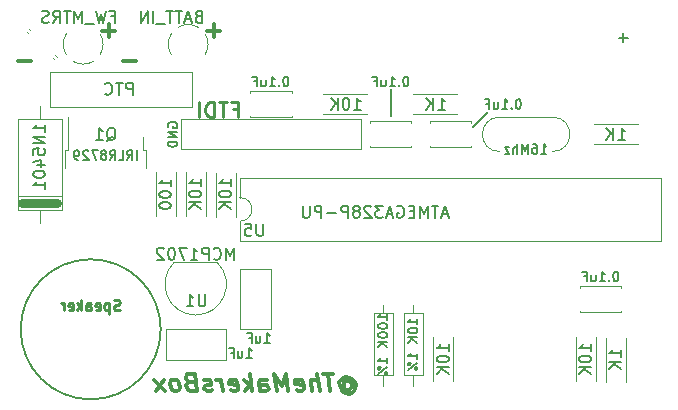
<source format=gbo>
G04 #@! TF.FileFunction,Legend,Bot*
%FSLAX46Y46*%
G04 Gerber Fmt 4.6, Leading zero omitted, Abs format (unit mm)*
G04 Created by KiCad (PCBNEW 4.0.7) date 07/04/19 20:50:11*
%MOMM*%
%LPD*%
G01*
G04 APERTURE LIST*
%ADD10C,0.100000*%
%ADD11C,0.150000*%
%ADD12C,0.300000*%
%ADD13C,0.120000*%
%ADD14C,0.800000*%
%ADD15C,0.250000*%
%ADD16C,0.222250*%
G04 APERTURE END LIST*
D10*
D11*
X69088000Y-92329000D02*
X69088000Y-92075000D01*
X69088000Y-94361000D02*
X69088000Y-92329000D01*
X50273000Y-95275477D02*
X50234905Y-95199286D01*
X50234905Y-95085001D01*
X50273000Y-94970715D01*
X50349190Y-94894524D01*
X50425381Y-94856429D01*
X50577762Y-94818334D01*
X50692048Y-94818334D01*
X50844429Y-94856429D01*
X50920619Y-94894524D01*
X50996810Y-94970715D01*
X51034905Y-95085001D01*
X51034905Y-95161191D01*
X50996810Y-95275477D01*
X50958714Y-95313572D01*
X50692048Y-95313572D01*
X50692048Y-95161191D01*
X51034905Y-95656429D02*
X50234905Y-95656429D01*
X51034905Y-96113572D01*
X50234905Y-96113572D01*
X51034905Y-96494524D02*
X50234905Y-96494524D01*
X50234905Y-96685000D01*
X50273000Y-96799286D01*
X50349190Y-96875477D01*
X50425381Y-96913572D01*
X50577762Y-96951667D01*
X50692048Y-96951667D01*
X50844429Y-96913572D01*
X50920619Y-96875477D01*
X50996810Y-96799286D01*
X51034905Y-96685000D01*
X51034905Y-96494524D01*
D12*
X38671428Y-89642143D02*
X37528571Y-89642143D01*
X45783428Y-87102143D02*
X44640571Y-87102143D01*
X45212000Y-87673571D02*
X45212000Y-86530714D01*
D11*
X76073000Y-95250000D02*
X77343000Y-93980000D01*
D12*
X65117822Y-116931286D02*
X65180321Y-116859857D01*
X65314250Y-116788429D01*
X65457108Y-116788429D01*
X65608893Y-116859857D01*
X65689250Y-116931286D01*
X65778536Y-117074143D01*
X65796393Y-117217000D01*
X65742821Y-117359857D01*
X65680322Y-117431286D01*
X65546393Y-117502714D01*
X65403535Y-117502714D01*
X65251750Y-117431286D01*
X65171393Y-117359857D01*
X65099965Y-116788429D02*
X65171393Y-117359857D01*
X65108893Y-117431286D01*
X65037465Y-117431286D01*
X64885678Y-117359857D01*
X64796393Y-117217000D01*
X64751750Y-116859857D01*
X64867821Y-116645571D01*
X65064250Y-116502714D01*
X65341036Y-116431286D01*
X65635678Y-116502714D01*
X65867821Y-116645571D01*
X66037464Y-116859857D01*
X66144607Y-117145571D01*
X66108893Y-117431286D01*
X65992821Y-117645571D01*
X65796393Y-117788429D01*
X65519607Y-117859857D01*
X65224965Y-117788429D01*
X64992821Y-117645571D01*
X64233893Y-116145571D02*
X63376750Y-116145571D01*
X63992821Y-117645571D02*
X63805321Y-116145571D01*
X63064250Y-117645571D02*
X62876750Y-116145571D01*
X62421393Y-117645571D02*
X62323179Y-116859857D01*
X62376751Y-116717000D01*
X62510679Y-116645571D01*
X62724964Y-116645571D01*
X62876751Y-116717000D01*
X62957108Y-116788429D01*
X61126751Y-117574143D02*
X61278536Y-117645571D01*
X61564250Y-117645571D01*
X61698179Y-117574143D01*
X61751751Y-117431286D01*
X61680322Y-116859857D01*
X61591036Y-116717000D01*
X61439250Y-116645571D01*
X61153536Y-116645571D01*
X61019608Y-116717000D01*
X60966036Y-116859857D01*
X60983893Y-117002714D01*
X61716036Y-117145571D01*
X60421393Y-117645571D02*
X60233893Y-116145571D01*
X59867822Y-117217000D01*
X59233893Y-116145571D01*
X59421393Y-117645571D01*
X58064250Y-117645571D02*
X57966036Y-116859857D01*
X58019608Y-116717000D01*
X58153536Y-116645571D01*
X58439250Y-116645571D01*
X58591036Y-116717000D01*
X58055322Y-117574143D02*
X58207107Y-117645571D01*
X58564250Y-117645571D01*
X58698179Y-117574143D01*
X58751751Y-117431286D01*
X58733894Y-117288429D01*
X58644607Y-117145571D01*
X58492822Y-117074143D01*
X58135679Y-117074143D01*
X57983893Y-117002714D01*
X57349964Y-117645571D02*
X57162464Y-116145571D01*
X57135679Y-117074143D02*
X56778536Y-117645571D01*
X56653536Y-116645571D02*
X57296393Y-117217000D01*
X55555322Y-117574143D02*
X55707107Y-117645571D01*
X55992821Y-117645571D01*
X56126750Y-117574143D01*
X56180322Y-117431286D01*
X56108893Y-116859857D01*
X56019607Y-116717000D01*
X55867821Y-116645571D01*
X55582107Y-116645571D01*
X55448179Y-116717000D01*
X55394607Y-116859857D01*
X55412464Y-117002714D01*
X56144607Y-117145571D01*
X54849964Y-117645571D02*
X54724964Y-116645571D01*
X54760679Y-116931286D02*
X54671394Y-116788429D01*
X54591036Y-116717000D01*
X54439250Y-116645571D01*
X54296393Y-116645571D01*
X53983894Y-117574143D02*
X53849965Y-117645571D01*
X53564250Y-117645571D01*
X53412465Y-117574143D01*
X53323180Y-117431286D01*
X53314251Y-117359857D01*
X53367822Y-117217000D01*
X53501750Y-117145571D01*
X53716036Y-117145571D01*
X53849965Y-117074143D01*
X53903537Y-116931286D01*
X53894608Y-116859857D01*
X53805322Y-116717000D01*
X53653536Y-116645571D01*
X53439250Y-116645571D01*
X53305322Y-116717000D01*
X52108893Y-116859857D02*
X51903536Y-116931286D01*
X51841036Y-117002714D01*
X51787464Y-117145571D01*
X51814250Y-117359857D01*
X51903536Y-117502714D01*
X51983893Y-117574143D01*
X52135679Y-117645571D01*
X52707107Y-117645571D01*
X52519607Y-116145571D01*
X52019607Y-116145571D01*
X51885679Y-116217000D01*
X51823179Y-116288429D01*
X51769608Y-116431286D01*
X51787465Y-116574143D01*
X51876750Y-116717000D01*
X51957108Y-116788429D01*
X52108893Y-116859857D01*
X52608893Y-116859857D01*
X50992821Y-117645571D02*
X51126751Y-117574143D01*
X51189250Y-117502714D01*
X51242822Y-117359857D01*
X51189251Y-116931286D01*
X51099965Y-116788429D01*
X51019608Y-116717000D01*
X50867821Y-116645571D01*
X50653536Y-116645571D01*
X50519608Y-116717000D01*
X50457108Y-116788429D01*
X50403536Y-116931286D01*
X50457107Y-117359857D01*
X50546393Y-117502714D01*
X50626751Y-117574143D01*
X50778536Y-117645571D01*
X50992821Y-117645571D01*
X49992821Y-117645571D02*
X49082107Y-116645571D01*
X49867821Y-116645571D02*
X49207107Y-117645571D01*
X47561428Y-89642143D02*
X46418571Y-89642143D01*
X54673428Y-87102143D02*
X53530571Y-87102143D01*
X54102000Y-87673571D02*
X54102000Y-86530714D01*
D13*
X52228000Y-93575000D02*
X40228000Y-93575000D01*
X40228000Y-90575000D02*
X52228000Y-90575000D01*
X52228000Y-93575000D02*
X52228000Y-90575000D01*
X40228000Y-90575000D02*
X40228000Y-93575000D01*
X66548000Y-97155000D02*
X66548000Y-94615000D01*
X66548000Y-94615000D02*
X51308000Y-94615000D01*
X51308000Y-94615000D02*
X51308000Y-97155000D01*
X51308000Y-97155000D02*
X66548000Y-97155000D01*
X56328000Y-103235000D02*
G75*
G03X56328000Y-101235000I0J1000000D01*
G01*
X56328000Y-101235000D02*
X56328000Y-99585000D01*
X56328000Y-99585000D02*
X92008000Y-99585000D01*
X92008000Y-99585000D02*
X92008000Y-104885000D01*
X92008000Y-104885000D02*
X56328000Y-104885000D01*
X56328000Y-104885000D02*
X56328000Y-103235000D01*
X50517495Y-87374807D02*
G75*
G03X50518000Y-89156000I1425505J-890193D01*
G01*
X52832894Y-86839642D02*
G75*
G03X51077000Y-86825000I-889894J-1425358D01*
G01*
X53368358Y-89154894D02*
G75*
G03X53383000Y-87399000I-1425358J889894D01*
G01*
X42162736Y-89689721D02*
G75*
G03X43053000Y-89945000I890264J1424721D01*
G01*
X41627495Y-87374807D02*
G75*
G03X41628000Y-89156000I1425505J-890193D01*
G01*
X44478358Y-89154894D02*
G75*
G03X44493000Y-87399000I-1425358J889894D01*
G01*
X43024326Y-89945099D02*
G75*
G03X43919000Y-89705000I28674J1680099D01*
G01*
X38278000Y-87196000D02*
X38407000Y-87324000D01*
X40528000Y-89446000D02*
X40622000Y-89539000D01*
X38483000Y-86990000D02*
X38577000Y-87084000D01*
X40698000Y-89206000D02*
X40827000Y-89334000D01*
X82808000Y-94435000D02*
X78308000Y-94435000D01*
X82808000Y-97335000D02*
G75*
G03X82808000Y-94435000I0J1450000D01*
G01*
X78308000Y-97335000D02*
G75*
G02X78308000Y-94435000I0J1450000D01*
G01*
D14*
X40870000Y-101675000D02*
X37870000Y-101675000D01*
D13*
X41230000Y-102285000D02*
X37510000Y-102285000D01*
X37510000Y-102285000D02*
X37510000Y-94565000D01*
X37510000Y-94565000D02*
X41230000Y-94565000D01*
X41230000Y-94565000D02*
X41230000Y-102285000D01*
X39370000Y-103395000D02*
X39370000Y-102285000D01*
X39370000Y-93455000D02*
X39370000Y-94565000D01*
X41230000Y-101085000D02*
X37510000Y-101085000D01*
D11*
X49617690Y-112395000D02*
G75*
G03X49617690Y-112395000I-5929690J0D01*
G01*
D13*
X67098000Y-92485000D02*
X63378000Y-92485000D01*
X67098000Y-94205000D02*
X63378000Y-94205000D01*
X74718000Y-92485000D02*
X70998000Y-92485000D01*
X74718000Y-94205000D02*
X70998000Y-94205000D01*
X56348000Y-107275000D02*
X56348000Y-112395000D01*
X58968000Y-107275000D02*
X58968000Y-112395000D01*
X56348000Y-107275000D02*
X58968000Y-107275000D01*
X56348000Y-112395000D02*
X58968000Y-112395000D01*
X55158000Y-112355000D02*
X50038000Y-112355000D01*
X55158000Y-114975000D02*
X50038000Y-114975000D01*
X55158000Y-112355000D02*
X55158000Y-114975000D01*
X50038000Y-112355000D02*
X50038000Y-114975000D01*
X67308000Y-96995000D02*
X70828000Y-96995000D01*
X67308000Y-94775000D02*
X70828000Y-94775000D01*
X67308000Y-96995000D02*
X67308000Y-96881000D01*
X67308000Y-94889000D02*
X67308000Y-94775000D01*
X70828000Y-96995000D02*
X70828000Y-96881000D01*
X70828000Y-94889000D02*
X70828000Y-94775000D01*
X50778000Y-106735000D02*
X54378000Y-106735000D01*
X50739522Y-106746522D02*
G75*
G03X52578000Y-111185000I1838478J-1838478D01*
G01*
X54416478Y-106746522D02*
G75*
G02X52578000Y-111185000I-1838478J-1838478D01*
G01*
X72388000Y-96995000D02*
X75908000Y-96995000D01*
X72388000Y-94775000D02*
X75908000Y-94775000D01*
X72388000Y-96995000D02*
X72388000Y-96881000D01*
X72388000Y-94889000D02*
X72388000Y-94775000D01*
X75908000Y-96995000D02*
X75908000Y-96881000D01*
X75908000Y-94889000D02*
X75908000Y-94775000D01*
X60708000Y-92235000D02*
X57188000Y-92235000D01*
X60708000Y-94455000D02*
X57188000Y-94455000D01*
X60708000Y-92235000D02*
X60708000Y-92349000D01*
X60708000Y-94341000D02*
X60708000Y-94455000D01*
X57188000Y-92235000D02*
X57188000Y-92349000D01*
X57188000Y-94341000D02*
X57188000Y-94455000D01*
X54258000Y-99145000D02*
X54258000Y-102865000D01*
X55978000Y-99145000D02*
X55978000Y-102865000D01*
X85088000Y-110965000D02*
X88608000Y-110965000D01*
X85088000Y-108745000D02*
X88608000Y-108745000D01*
X85088000Y-110965000D02*
X85088000Y-110851000D01*
X85088000Y-108859000D02*
X85088000Y-108745000D01*
X88608000Y-110965000D02*
X88608000Y-110851000D01*
X88608000Y-108859000D02*
X88608000Y-108745000D01*
X87278000Y-113115000D02*
X87278000Y-116835000D01*
X88998000Y-113115000D02*
X88998000Y-116835000D01*
X86458000Y-116755000D02*
X86458000Y-113035000D01*
X84738000Y-116755000D02*
X84738000Y-113035000D01*
X53438000Y-102785000D02*
X53438000Y-99065000D01*
X51718000Y-102785000D02*
X51718000Y-99065000D01*
X50898000Y-102785000D02*
X50898000Y-99065000D01*
X49178000Y-102785000D02*
X49178000Y-99065000D01*
X86318000Y-96745000D02*
X90038000Y-96745000D01*
X86318000Y-95025000D02*
X90038000Y-95025000D01*
D10*
X68453000Y-116255000D02*
X68453000Y-117155000D01*
X68453000Y-111055000D02*
X68453000Y-110355000D01*
X69253000Y-111055000D02*
X67653000Y-111055000D01*
X67653000Y-111055000D02*
X67653000Y-116255000D01*
X67653000Y-116255000D02*
X69253000Y-116255000D01*
X69253000Y-116255000D02*
X69253000Y-111055000D01*
X70993000Y-116255000D02*
X70993000Y-117155000D01*
X70993000Y-111055000D02*
X70993000Y-110355000D01*
X71793000Y-111055000D02*
X70193000Y-111055000D01*
X70193000Y-111055000D02*
X70193000Y-116255000D01*
X70193000Y-116255000D02*
X71793000Y-116255000D01*
X71793000Y-116255000D02*
X71793000Y-111055000D01*
D13*
X74393000Y-116755000D02*
X74393000Y-113035000D01*
X72673000Y-116755000D02*
X72673000Y-113035000D01*
X41508000Y-98725000D02*
X41508000Y-97225000D01*
X41508000Y-97225000D02*
X41778000Y-97225000D01*
X41778000Y-97225000D02*
X41778000Y-94395000D01*
X48408000Y-98725000D02*
X48408000Y-97225000D01*
X48408000Y-97225000D02*
X48138000Y-97225000D01*
X48138000Y-97225000D02*
X48138000Y-96125000D01*
D11*
X89153952Y-87701429D02*
X88392047Y-87701429D01*
X88772999Y-88082381D02*
X88772999Y-87320476D01*
X47243857Y-92527381D02*
X47243857Y-91527381D01*
X46862904Y-91527381D01*
X46767666Y-91575000D01*
X46720047Y-91622619D01*
X46672428Y-91717857D01*
X46672428Y-91860714D01*
X46720047Y-91955952D01*
X46767666Y-92003571D01*
X46862904Y-92051190D01*
X47243857Y-92051190D01*
X46386714Y-91527381D02*
X45815285Y-91527381D01*
X46101000Y-92527381D02*
X46101000Y-91527381D01*
X44910523Y-92432143D02*
X44958142Y-92479762D01*
X45100999Y-92527381D01*
X45196237Y-92527381D01*
X45339095Y-92479762D01*
X45434333Y-92384524D01*
X45481952Y-92289286D01*
X45529571Y-92098810D01*
X45529571Y-91955952D01*
X45481952Y-91765476D01*
X45434333Y-91670238D01*
X45339095Y-91575000D01*
X45196237Y-91527381D01*
X45100999Y-91527381D01*
X44958142Y-91575000D01*
X44910523Y-91622619D01*
D15*
X55718238Y-93775714D02*
X56134905Y-93775714D01*
X56134905Y-94430476D02*
X56134905Y-93180476D01*
X55539667Y-93180476D01*
X55242047Y-93180476D02*
X54527762Y-93180476D01*
X54884905Y-94430476D02*
X54884905Y-93180476D01*
X54111095Y-94430476D02*
X54111095Y-93180476D01*
X53813476Y-93180476D01*
X53634904Y-93240000D01*
X53515857Y-93359048D01*
X53456333Y-93478095D01*
X53396809Y-93716190D01*
X53396809Y-93894762D01*
X53456333Y-94132857D01*
X53515857Y-94251905D01*
X53634904Y-94370952D01*
X53813476Y-94430476D01*
X54111095Y-94430476D01*
X52861095Y-94430476D02*
X52861095Y-93180476D01*
D11*
X58292905Y-103465381D02*
X58292905Y-104274905D01*
X58245286Y-104370143D01*
X58197667Y-104417762D01*
X58102429Y-104465381D01*
X57911952Y-104465381D01*
X57816714Y-104417762D01*
X57769095Y-104370143D01*
X57721476Y-104274905D01*
X57721476Y-103465381D01*
X56769095Y-103465381D02*
X57245286Y-103465381D01*
X57292905Y-103941571D01*
X57245286Y-103893952D01*
X57150048Y-103846333D01*
X56911952Y-103846333D01*
X56816714Y-103893952D01*
X56769095Y-103941571D01*
X56721476Y-104036810D01*
X56721476Y-104274905D01*
X56769095Y-104370143D01*
X56816714Y-104417762D01*
X56911952Y-104465381D01*
X57150048Y-104465381D01*
X57245286Y-104417762D01*
X57292905Y-104370143D01*
X73897357Y-102655667D02*
X73421166Y-102655667D01*
X73992595Y-102941381D02*
X73659262Y-101941381D01*
X73325928Y-102941381D01*
X73135452Y-101941381D02*
X72564023Y-101941381D01*
X72849738Y-102941381D02*
X72849738Y-101941381D01*
X72230690Y-102941381D02*
X72230690Y-101941381D01*
X71897356Y-102655667D01*
X71564023Y-101941381D01*
X71564023Y-102941381D01*
X71087833Y-102417571D02*
X70754499Y-102417571D01*
X70611642Y-102941381D02*
X71087833Y-102941381D01*
X71087833Y-101941381D01*
X70611642Y-101941381D01*
X69659261Y-101989000D02*
X69754499Y-101941381D01*
X69897356Y-101941381D01*
X70040214Y-101989000D01*
X70135452Y-102084238D01*
X70183071Y-102179476D01*
X70230690Y-102369952D01*
X70230690Y-102512810D01*
X70183071Y-102703286D01*
X70135452Y-102798524D01*
X70040214Y-102893762D01*
X69897356Y-102941381D01*
X69802118Y-102941381D01*
X69659261Y-102893762D01*
X69611642Y-102846143D01*
X69611642Y-102512810D01*
X69802118Y-102512810D01*
X69230690Y-102655667D02*
X68754499Y-102655667D01*
X69325928Y-102941381D02*
X68992595Y-101941381D01*
X68659261Y-102941381D01*
X68421166Y-101941381D02*
X67802118Y-101941381D01*
X68135452Y-102322333D01*
X67992594Y-102322333D01*
X67897356Y-102369952D01*
X67849737Y-102417571D01*
X67802118Y-102512810D01*
X67802118Y-102750905D01*
X67849737Y-102846143D01*
X67897356Y-102893762D01*
X67992594Y-102941381D01*
X68278309Y-102941381D01*
X68373547Y-102893762D01*
X68421166Y-102846143D01*
X67421166Y-102036619D02*
X67373547Y-101989000D01*
X67278309Y-101941381D01*
X67040213Y-101941381D01*
X66944975Y-101989000D01*
X66897356Y-102036619D01*
X66849737Y-102131857D01*
X66849737Y-102227095D01*
X66897356Y-102369952D01*
X67468785Y-102941381D01*
X66849737Y-102941381D01*
X66278309Y-102369952D02*
X66373547Y-102322333D01*
X66421166Y-102274714D01*
X66468785Y-102179476D01*
X66468785Y-102131857D01*
X66421166Y-102036619D01*
X66373547Y-101989000D01*
X66278309Y-101941381D01*
X66087832Y-101941381D01*
X65992594Y-101989000D01*
X65944975Y-102036619D01*
X65897356Y-102131857D01*
X65897356Y-102179476D01*
X65944975Y-102274714D01*
X65992594Y-102322333D01*
X66087832Y-102369952D01*
X66278309Y-102369952D01*
X66373547Y-102417571D01*
X66421166Y-102465190D01*
X66468785Y-102560429D01*
X66468785Y-102750905D01*
X66421166Y-102846143D01*
X66373547Y-102893762D01*
X66278309Y-102941381D01*
X66087832Y-102941381D01*
X65992594Y-102893762D01*
X65944975Y-102846143D01*
X65897356Y-102750905D01*
X65897356Y-102560429D01*
X65944975Y-102465190D01*
X65992594Y-102417571D01*
X66087832Y-102369952D01*
X65468785Y-102941381D02*
X65468785Y-101941381D01*
X65087832Y-101941381D01*
X64992594Y-101989000D01*
X64944975Y-102036619D01*
X64897356Y-102131857D01*
X64897356Y-102274714D01*
X64944975Y-102369952D01*
X64992594Y-102417571D01*
X65087832Y-102465190D01*
X65468785Y-102465190D01*
X64468785Y-102560429D02*
X63706880Y-102560429D01*
X63230690Y-102941381D02*
X63230690Y-101941381D01*
X62849737Y-101941381D01*
X62754499Y-101989000D01*
X62706880Y-102036619D01*
X62659261Y-102131857D01*
X62659261Y-102274714D01*
X62706880Y-102369952D01*
X62754499Y-102417571D01*
X62849737Y-102465190D01*
X63230690Y-102465190D01*
X62230690Y-101941381D02*
X62230690Y-102750905D01*
X62183071Y-102846143D01*
X62135452Y-102893762D01*
X62040214Y-102941381D01*
X61849737Y-102941381D01*
X61754499Y-102893762D01*
X61706880Y-102846143D01*
X61659261Y-102750905D01*
X61659261Y-101941381D01*
X52807904Y-85907571D02*
X52665047Y-85955190D01*
X52617428Y-86002810D01*
X52569809Y-86098048D01*
X52569809Y-86240905D01*
X52617428Y-86336143D01*
X52665047Y-86383762D01*
X52760285Y-86431381D01*
X53141238Y-86431381D01*
X53141238Y-85431381D01*
X52807904Y-85431381D01*
X52712666Y-85479000D01*
X52665047Y-85526619D01*
X52617428Y-85621857D01*
X52617428Y-85717095D01*
X52665047Y-85812333D01*
X52712666Y-85859952D01*
X52807904Y-85907571D01*
X53141238Y-85907571D01*
X52188857Y-86145667D02*
X51712666Y-86145667D01*
X52284095Y-86431381D02*
X51950762Y-85431381D01*
X51617428Y-86431381D01*
X51426952Y-85431381D02*
X50855523Y-85431381D01*
X51141238Y-86431381D02*
X51141238Y-85431381D01*
X50665047Y-85431381D02*
X50093618Y-85431381D01*
X50379333Y-86431381D02*
X50379333Y-85431381D01*
X49998380Y-86526619D02*
X49236475Y-86526619D01*
X48998380Y-86431381D02*
X48998380Y-85431381D01*
X48522190Y-86431381D02*
X48522190Y-85431381D01*
X47950761Y-86431381D01*
X47950761Y-85431381D01*
X45410095Y-85907571D02*
X45743429Y-85907571D01*
X45743429Y-86431381D02*
X45743429Y-85431381D01*
X45267238Y-85431381D01*
X44981524Y-85431381D02*
X44743429Y-86431381D01*
X44552952Y-85717095D01*
X44362476Y-86431381D01*
X44124381Y-85431381D01*
X43981524Y-86526619D02*
X43219619Y-86526619D01*
X42981524Y-86431381D02*
X42981524Y-85431381D01*
X42648190Y-86145667D01*
X42314857Y-85431381D01*
X42314857Y-86431381D01*
X41981524Y-85431381D02*
X41410095Y-85431381D01*
X41695810Y-86431381D02*
X41695810Y-85431381D01*
X40505333Y-86431381D02*
X40838667Y-85955190D01*
X41076762Y-86431381D02*
X41076762Y-85431381D01*
X40695809Y-85431381D01*
X40600571Y-85479000D01*
X40552952Y-85526619D01*
X40505333Y-85621857D01*
X40505333Y-85764714D01*
X40552952Y-85859952D01*
X40600571Y-85907571D01*
X40695809Y-85955190D01*
X41076762Y-85955190D01*
X40124381Y-86383762D02*
X39981524Y-86431381D01*
X39743428Y-86431381D01*
X39648190Y-86383762D01*
X39600571Y-86336143D01*
X39552952Y-86240905D01*
X39552952Y-86145667D01*
X39600571Y-86050429D01*
X39648190Y-86002810D01*
X39743428Y-85955190D01*
X39933905Y-85907571D01*
X40029143Y-85859952D01*
X40076762Y-85812333D01*
X40124381Y-85717095D01*
X40124381Y-85621857D01*
X40076762Y-85526619D01*
X40029143Y-85479000D01*
X39933905Y-85431381D01*
X39695809Y-85431381D01*
X39552952Y-85479000D01*
X81813238Y-97516905D02*
X82270381Y-97516905D01*
X82041810Y-97516905D02*
X82041810Y-96716905D01*
X82118000Y-96831190D01*
X82194191Y-96907381D01*
X82270381Y-96945476D01*
X81127524Y-96716905D02*
X81279905Y-96716905D01*
X81356095Y-96755000D01*
X81394190Y-96793095D01*
X81470381Y-96907381D01*
X81508476Y-97059762D01*
X81508476Y-97364524D01*
X81470381Y-97440714D01*
X81432286Y-97478810D01*
X81356095Y-97516905D01*
X81203714Y-97516905D01*
X81127524Y-97478810D01*
X81089428Y-97440714D01*
X81051333Y-97364524D01*
X81051333Y-97174048D01*
X81089428Y-97097857D01*
X81127524Y-97059762D01*
X81203714Y-97021667D01*
X81356095Y-97021667D01*
X81432286Y-97059762D01*
X81470381Y-97097857D01*
X81508476Y-97174048D01*
X80708476Y-97516905D02*
X80708476Y-96716905D01*
X80441809Y-97288333D01*
X80175142Y-96716905D01*
X80175142Y-97516905D01*
X79794190Y-97516905D02*
X79794190Y-96716905D01*
X79451333Y-97516905D02*
X79451333Y-97097857D01*
X79489428Y-97021667D01*
X79565618Y-96983571D01*
X79679904Y-96983571D01*
X79756095Y-97021667D01*
X79794190Y-97059762D01*
X79146570Y-96983571D02*
X78727523Y-96983571D01*
X79146570Y-97516905D01*
X78727523Y-97516905D01*
X39822381Y-95647143D02*
X39822381Y-95075714D01*
X39822381Y-95361428D02*
X38822381Y-95361428D01*
X38965238Y-95266190D01*
X39060476Y-95170952D01*
X39108095Y-95075714D01*
X39822381Y-96075714D02*
X38822381Y-96075714D01*
X39822381Y-96647143D01*
X38822381Y-96647143D01*
X38822381Y-97599524D02*
X38822381Y-97123333D01*
X39298571Y-97075714D01*
X39250952Y-97123333D01*
X39203333Y-97218571D01*
X39203333Y-97456667D01*
X39250952Y-97551905D01*
X39298571Y-97599524D01*
X39393810Y-97647143D01*
X39631905Y-97647143D01*
X39727143Y-97599524D01*
X39774762Y-97551905D01*
X39822381Y-97456667D01*
X39822381Y-97218571D01*
X39774762Y-97123333D01*
X39727143Y-97075714D01*
X39155714Y-98504286D02*
X39822381Y-98504286D01*
X38774762Y-98266190D02*
X39489048Y-98028095D01*
X39489048Y-98647143D01*
X38822381Y-99218571D02*
X38822381Y-99313810D01*
X38870000Y-99409048D01*
X38917619Y-99456667D01*
X39012857Y-99504286D01*
X39203333Y-99551905D01*
X39441429Y-99551905D01*
X39631905Y-99504286D01*
X39727143Y-99456667D01*
X39774762Y-99409048D01*
X39822381Y-99313810D01*
X39822381Y-99218571D01*
X39774762Y-99123333D01*
X39727143Y-99075714D01*
X39631905Y-99028095D01*
X39441429Y-98980476D01*
X39203333Y-98980476D01*
X39012857Y-99028095D01*
X38917619Y-99075714D01*
X38870000Y-99123333D01*
X38822381Y-99218571D01*
X39822381Y-100504286D02*
X39822381Y-99932857D01*
X39822381Y-100218571D02*
X38822381Y-100218571D01*
X38965238Y-100123333D01*
X39060476Y-100028095D01*
X39108095Y-99932857D01*
D16*
X46143333Y-110722833D02*
X46016333Y-110765167D01*
X45804666Y-110765167D01*
X45719999Y-110722833D01*
X45677666Y-110680500D01*
X45635333Y-110595833D01*
X45635333Y-110511167D01*
X45677666Y-110426500D01*
X45719999Y-110384167D01*
X45804666Y-110341833D01*
X45973999Y-110299500D01*
X46058666Y-110257167D01*
X46100999Y-110214833D01*
X46143333Y-110130167D01*
X46143333Y-110045500D01*
X46100999Y-109960833D01*
X46058666Y-109918500D01*
X45973999Y-109876167D01*
X45762333Y-109876167D01*
X45635333Y-109918500D01*
X45254332Y-110172500D02*
X45254332Y-111061500D01*
X45254332Y-110214833D02*
X45169666Y-110172500D01*
X45000332Y-110172500D01*
X44915666Y-110214833D01*
X44873332Y-110257167D01*
X44830999Y-110341833D01*
X44830999Y-110595833D01*
X44873332Y-110680500D01*
X44915666Y-110722833D01*
X45000332Y-110765167D01*
X45169666Y-110765167D01*
X45254332Y-110722833D01*
X44111333Y-110722833D02*
X44195999Y-110765167D01*
X44365333Y-110765167D01*
X44449999Y-110722833D01*
X44492333Y-110638167D01*
X44492333Y-110299500D01*
X44449999Y-110214833D01*
X44365333Y-110172500D01*
X44195999Y-110172500D01*
X44111333Y-110214833D01*
X44068999Y-110299500D01*
X44068999Y-110384167D01*
X44492333Y-110468833D01*
X43306999Y-110765167D02*
X43306999Y-110299500D01*
X43349333Y-110214833D01*
X43433999Y-110172500D01*
X43603333Y-110172500D01*
X43687999Y-110214833D01*
X43306999Y-110722833D02*
X43391666Y-110765167D01*
X43603333Y-110765167D01*
X43687999Y-110722833D01*
X43730333Y-110638167D01*
X43730333Y-110553500D01*
X43687999Y-110468833D01*
X43603333Y-110426500D01*
X43391666Y-110426500D01*
X43306999Y-110384167D01*
X42883666Y-110765167D02*
X42883666Y-109876167D01*
X42799000Y-110426500D02*
X42545000Y-110765167D01*
X42545000Y-110172500D02*
X42883666Y-110511167D01*
X41825333Y-110722833D02*
X41909999Y-110765167D01*
X42079333Y-110765167D01*
X42163999Y-110722833D01*
X42206333Y-110638167D01*
X42206333Y-110299500D01*
X42163999Y-110214833D01*
X42079333Y-110172500D01*
X41909999Y-110172500D01*
X41825333Y-110214833D01*
X41782999Y-110299500D01*
X41782999Y-110384167D01*
X42206333Y-110468833D01*
X41401999Y-110765167D02*
X41401999Y-110172500D01*
X41401999Y-110341833D02*
X41359666Y-110257167D01*
X41317333Y-110214833D01*
X41232666Y-110172500D01*
X41147999Y-110172500D01*
D11*
X65968476Y-93797381D02*
X66539905Y-93797381D01*
X66254191Y-93797381D02*
X66254191Y-92797381D01*
X66349429Y-92940238D01*
X66444667Y-93035476D01*
X66539905Y-93083095D01*
X65349429Y-92797381D02*
X65254190Y-92797381D01*
X65158952Y-92845000D01*
X65111333Y-92892619D01*
X65063714Y-92987857D01*
X65016095Y-93178333D01*
X65016095Y-93416429D01*
X65063714Y-93606905D01*
X65111333Y-93702143D01*
X65158952Y-93749762D01*
X65254190Y-93797381D01*
X65349429Y-93797381D01*
X65444667Y-93749762D01*
X65492286Y-93702143D01*
X65539905Y-93606905D01*
X65587524Y-93416429D01*
X65587524Y-93178333D01*
X65539905Y-92987857D01*
X65492286Y-92892619D01*
X65444667Y-92845000D01*
X65349429Y-92797381D01*
X64587524Y-93797381D02*
X64587524Y-92797381D01*
X64016095Y-93797381D02*
X64444667Y-93225952D01*
X64016095Y-92797381D02*
X64587524Y-93368810D01*
X73112285Y-93797381D02*
X73683714Y-93797381D01*
X73398000Y-93797381D02*
X73398000Y-92797381D01*
X73493238Y-92940238D01*
X73588476Y-93035476D01*
X73683714Y-93083095D01*
X72683714Y-93797381D02*
X72683714Y-92797381D01*
X72112285Y-93797381D02*
X72540857Y-93225952D01*
X72112285Y-92797381D02*
X72683714Y-93368810D01*
X58388190Y-113518905D02*
X58845333Y-113518905D01*
X58616762Y-113518905D02*
X58616762Y-112718905D01*
X58692952Y-112833190D01*
X58769143Y-112909381D01*
X58845333Y-112947476D01*
X57702476Y-112985571D02*
X57702476Y-113518905D01*
X58045333Y-112985571D02*
X58045333Y-113404619D01*
X58007238Y-113480810D01*
X57931047Y-113518905D01*
X57816761Y-113518905D01*
X57740571Y-113480810D01*
X57702476Y-113442714D01*
X57054856Y-113099857D02*
X57321523Y-113099857D01*
X57321523Y-113518905D02*
X57321523Y-112718905D01*
X56940570Y-112718905D01*
X56864190Y-114788905D02*
X57321333Y-114788905D01*
X57092762Y-114788905D02*
X57092762Y-113988905D01*
X57168952Y-114103190D01*
X57245143Y-114179381D01*
X57321333Y-114217476D01*
X56178476Y-114255571D02*
X56178476Y-114788905D01*
X56521333Y-114255571D02*
X56521333Y-114674619D01*
X56483238Y-114750810D01*
X56407047Y-114788905D01*
X56292761Y-114788905D01*
X56216571Y-114750810D01*
X56178476Y-114712714D01*
X55530856Y-114369857D02*
X55797523Y-114369857D01*
X55797523Y-114788905D02*
X55797523Y-113988905D01*
X55416570Y-113988905D01*
X70402286Y-91001905D02*
X70326095Y-91001905D01*
X70249905Y-91040000D01*
X70211810Y-91078095D01*
X70173714Y-91154286D01*
X70135619Y-91306667D01*
X70135619Y-91497143D01*
X70173714Y-91649524D01*
X70211810Y-91725714D01*
X70249905Y-91763810D01*
X70326095Y-91801905D01*
X70402286Y-91801905D01*
X70478476Y-91763810D01*
X70516572Y-91725714D01*
X70554667Y-91649524D01*
X70592762Y-91497143D01*
X70592762Y-91306667D01*
X70554667Y-91154286D01*
X70516572Y-91078095D01*
X70478476Y-91040000D01*
X70402286Y-91001905D01*
X69792762Y-91725714D02*
X69754667Y-91763810D01*
X69792762Y-91801905D01*
X69830857Y-91763810D01*
X69792762Y-91725714D01*
X69792762Y-91801905D01*
X68992762Y-91801905D02*
X69449905Y-91801905D01*
X69221334Y-91801905D02*
X69221334Y-91001905D01*
X69297524Y-91116190D01*
X69373715Y-91192381D01*
X69449905Y-91230476D01*
X68307048Y-91268571D02*
X68307048Y-91801905D01*
X68649905Y-91268571D02*
X68649905Y-91687619D01*
X68611810Y-91763810D01*
X68535619Y-91801905D01*
X68421333Y-91801905D01*
X68345143Y-91763810D01*
X68307048Y-91725714D01*
X67659428Y-91382857D02*
X67926095Y-91382857D01*
X67926095Y-91801905D02*
X67926095Y-91001905D01*
X67545142Y-91001905D01*
X53389905Y-109447381D02*
X53389905Y-110256905D01*
X53342286Y-110352143D01*
X53294667Y-110399762D01*
X53199429Y-110447381D01*
X53008952Y-110447381D01*
X52913714Y-110399762D01*
X52866095Y-110352143D01*
X52818476Y-110256905D01*
X52818476Y-109447381D01*
X51818476Y-110447381D02*
X52389905Y-110447381D01*
X52104191Y-110447381D02*
X52104191Y-109447381D01*
X52199429Y-109590238D01*
X52294667Y-109685476D01*
X52389905Y-109733095D01*
X55816095Y-106497381D02*
X55816095Y-105497381D01*
X55482761Y-106211667D01*
X55149428Y-105497381D01*
X55149428Y-106497381D01*
X54101809Y-106402143D02*
X54149428Y-106449762D01*
X54292285Y-106497381D01*
X54387523Y-106497381D01*
X54530381Y-106449762D01*
X54625619Y-106354524D01*
X54673238Y-106259286D01*
X54720857Y-106068810D01*
X54720857Y-105925952D01*
X54673238Y-105735476D01*
X54625619Y-105640238D01*
X54530381Y-105545000D01*
X54387523Y-105497381D01*
X54292285Y-105497381D01*
X54149428Y-105545000D01*
X54101809Y-105592619D01*
X53673238Y-106497381D02*
X53673238Y-105497381D01*
X53292285Y-105497381D01*
X53197047Y-105545000D01*
X53149428Y-105592619D01*
X53101809Y-105687857D01*
X53101809Y-105830714D01*
X53149428Y-105925952D01*
X53197047Y-105973571D01*
X53292285Y-106021190D01*
X53673238Y-106021190D01*
X52149428Y-106497381D02*
X52720857Y-106497381D01*
X52435143Y-106497381D02*
X52435143Y-105497381D01*
X52530381Y-105640238D01*
X52625619Y-105735476D01*
X52720857Y-105783095D01*
X51816095Y-105497381D02*
X51149428Y-105497381D01*
X51578000Y-106497381D01*
X50578000Y-105497381D02*
X50482761Y-105497381D01*
X50387523Y-105545000D01*
X50339904Y-105592619D01*
X50292285Y-105687857D01*
X50244666Y-105878333D01*
X50244666Y-106116429D01*
X50292285Y-106306905D01*
X50339904Y-106402143D01*
X50387523Y-106449762D01*
X50482761Y-106497381D01*
X50578000Y-106497381D01*
X50673238Y-106449762D01*
X50720857Y-106402143D01*
X50768476Y-106306905D01*
X50816095Y-106116429D01*
X50816095Y-105878333D01*
X50768476Y-105687857D01*
X50720857Y-105592619D01*
X50673238Y-105545000D01*
X50578000Y-105497381D01*
X49863714Y-105592619D02*
X49816095Y-105545000D01*
X49720857Y-105497381D01*
X49482761Y-105497381D01*
X49387523Y-105545000D01*
X49339904Y-105592619D01*
X49292285Y-105687857D01*
X49292285Y-105783095D01*
X49339904Y-105925952D01*
X49911333Y-106497381D01*
X49292285Y-106497381D01*
X79927286Y-92906905D02*
X79851095Y-92906905D01*
X79774905Y-92945000D01*
X79736810Y-92983095D01*
X79698714Y-93059286D01*
X79660619Y-93211667D01*
X79660619Y-93402143D01*
X79698714Y-93554524D01*
X79736810Y-93630714D01*
X79774905Y-93668810D01*
X79851095Y-93706905D01*
X79927286Y-93706905D01*
X80003476Y-93668810D01*
X80041572Y-93630714D01*
X80079667Y-93554524D01*
X80117762Y-93402143D01*
X80117762Y-93211667D01*
X80079667Y-93059286D01*
X80041572Y-92983095D01*
X80003476Y-92945000D01*
X79927286Y-92906905D01*
X79317762Y-93630714D02*
X79279667Y-93668810D01*
X79317762Y-93706905D01*
X79355857Y-93668810D01*
X79317762Y-93630714D01*
X79317762Y-93706905D01*
X78517762Y-93706905D02*
X78974905Y-93706905D01*
X78746334Y-93706905D02*
X78746334Y-92906905D01*
X78822524Y-93021190D01*
X78898715Y-93097381D01*
X78974905Y-93135476D01*
X77832048Y-93173571D02*
X77832048Y-93706905D01*
X78174905Y-93173571D02*
X78174905Y-93592619D01*
X78136810Y-93668810D01*
X78060619Y-93706905D01*
X77946333Y-93706905D01*
X77870143Y-93668810D01*
X77832048Y-93630714D01*
X77184428Y-93287857D02*
X77451095Y-93287857D01*
X77451095Y-93706905D02*
X77451095Y-92906905D01*
X77070142Y-92906905D01*
X60242286Y-91001905D02*
X60166095Y-91001905D01*
X60089905Y-91040000D01*
X60051810Y-91078095D01*
X60013714Y-91154286D01*
X59975619Y-91306667D01*
X59975619Y-91497143D01*
X60013714Y-91649524D01*
X60051810Y-91725714D01*
X60089905Y-91763810D01*
X60166095Y-91801905D01*
X60242286Y-91801905D01*
X60318476Y-91763810D01*
X60356572Y-91725714D01*
X60394667Y-91649524D01*
X60432762Y-91497143D01*
X60432762Y-91306667D01*
X60394667Y-91154286D01*
X60356572Y-91078095D01*
X60318476Y-91040000D01*
X60242286Y-91001905D01*
X59632762Y-91725714D02*
X59594667Y-91763810D01*
X59632762Y-91801905D01*
X59670857Y-91763810D01*
X59632762Y-91725714D01*
X59632762Y-91801905D01*
X58832762Y-91801905D02*
X59289905Y-91801905D01*
X59061334Y-91801905D02*
X59061334Y-91001905D01*
X59137524Y-91116190D01*
X59213715Y-91192381D01*
X59289905Y-91230476D01*
X58147048Y-91268571D02*
X58147048Y-91801905D01*
X58489905Y-91268571D02*
X58489905Y-91687619D01*
X58451810Y-91763810D01*
X58375619Y-91801905D01*
X58261333Y-91801905D01*
X58185143Y-91763810D01*
X58147048Y-91725714D01*
X57499428Y-91382857D02*
X57766095Y-91382857D01*
X57766095Y-91801905D02*
X57766095Y-91001905D01*
X57385142Y-91001905D01*
X55570381Y-100274524D02*
X55570381Y-99703095D01*
X55570381Y-99988809D02*
X54570381Y-99988809D01*
X54713238Y-99893571D01*
X54808476Y-99798333D01*
X54856095Y-99703095D01*
X54570381Y-100893571D02*
X54570381Y-100988810D01*
X54618000Y-101084048D01*
X54665619Y-101131667D01*
X54760857Y-101179286D01*
X54951333Y-101226905D01*
X55189429Y-101226905D01*
X55379905Y-101179286D01*
X55475143Y-101131667D01*
X55522762Y-101084048D01*
X55570381Y-100988810D01*
X55570381Y-100893571D01*
X55522762Y-100798333D01*
X55475143Y-100750714D01*
X55379905Y-100703095D01*
X55189429Y-100655476D01*
X54951333Y-100655476D01*
X54760857Y-100703095D01*
X54665619Y-100750714D01*
X54618000Y-100798333D01*
X54570381Y-100893571D01*
X55570381Y-101655476D02*
X54570381Y-101655476D01*
X55570381Y-102226905D02*
X54998952Y-101798333D01*
X54570381Y-102226905D02*
X55141810Y-101655476D01*
X88182286Y-107511905D02*
X88106095Y-107511905D01*
X88029905Y-107550000D01*
X87991810Y-107588095D01*
X87953714Y-107664286D01*
X87915619Y-107816667D01*
X87915619Y-108007143D01*
X87953714Y-108159524D01*
X87991810Y-108235714D01*
X88029905Y-108273810D01*
X88106095Y-108311905D01*
X88182286Y-108311905D01*
X88258476Y-108273810D01*
X88296572Y-108235714D01*
X88334667Y-108159524D01*
X88372762Y-108007143D01*
X88372762Y-107816667D01*
X88334667Y-107664286D01*
X88296572Y-107588095D01*
X88258476Y-107550000D01*
X88182286Y-107511905D01*
X87572762Y-108235714D02*
X87534667Y-108273810D01*
X87572762Y-108311905D01*
X87610857Y-108273810D01*
X87572762Y-108235714D01*
X87572762Y-108311905D01*
X86772762Y-108311905D02*
X87229905Y-108311905D01*
X87001334Y-108311905D02*
X87001334Y-107511905D01*
X87077524Y-107626190D01*
X87153715Y-107702381D01*
X87229905Y-107740476D01*
X86087048Y-107778571D02*
X86087048Y-108311905D01*
X86429905Y-107778571D02*
X86429905Y-108197619D01*
X86391810Y-108273810D01*
X86315619Y-108311905D01*
X86201333Y-108311905D01*
X86125143Y-108273810D01*
X86087048Y-108235714D01*
X85439428Y-107892857D02*
X85706095Y-107892857D01*
X85706095Y-108311905D02*
X85706095Y-107511905D01*
X85325142Y-107511905D01*
X88590381Y-114720715D02*
X88590381Y-114149286D01*
X88590381Y-114435000D02*
X87590381Y-114435000D01*
X87733238Y-114339762D01*
X87828476Y-114244524D01*
X87876095Y-114149286D01*
X88590381Y-115149286D02*
X87590381Y-115149286D01*
X88590381Y-115720715D02*
X88018952Y-115292143D01*
X87590381Y-115720715D02*
X88161810Y-115149286D01*
X86050381Y-114244524D02*
X86050381Y-113673095D01*
X86050381Y-113958809D02*
X85050381Y-113958809D01*
X85193238Y-113863571D01*
X85288476Y-113768333D01*
X85336095Y-113673095D01*
X85050381Y-114863571D02*
X85050381Y-114958810D01*
X85098000Y-115054048D01*
X85145619Y-115101667D01*
X85240857Y-115149286D01*
X85431333Y-115196905D01*
X85669429Y-115196905D01*
X85859905Y-115149286D01*
X85955143Y-115101667D01*
X86002762Y-115054048D01*
X86050381Y-114958810D01*
X86050381Y-114863571D01*
X86002762Y-114768333D01*
X85955143Y-114720714D01*
X85859905Y-114673095D01*
X85669429Y-114625476D01*
X85431333Y-114625476D01*
X85240857Y-114673095D01*
X85145619Y-114720714D01*
X85098000Y-114768333D01*
X85050381Y-114863571D01*
X86050381Y-115625476D02*
X85050381Y-115625476D01*
X86050381Y-116196905D02*
X85478952Y-115768333D01*
X85050381Y-116196905D02*
X85621810Y-115625476D01*
X53030381Y-100274524D02*
X53030381Y-99703095D01*
X53030381Y-99988809D02*
X52030381Y-99988809D01*
X52173238Y-99893571D01*
X52268476Y-99798333D01*
X52316095Y-99703095D01*
X52030381Y-100893571D02*
X52030381Y-100988810D01*
X52078000Y-101084048D01*
X52125619Y-101131667D01*
X52220857Y-101179286D01*
X52411333Y-101226905D01*
X52649429Y-101226905D01*
X52839905Y-101179286D01*
X52935143Y-101131667D01*
X52982762Y-101084048D01*
X53030381Y-100988810D01*
X53030381Y-100893571D01*
X52982762Y-100798333D01*
X52935143Y-100750714D01*
X52839905Y-100703095D01*
X52649429Y-100655476D01*
X52411333Y-100655476D01*
X52220857Y-100703095D01*
X52125619Y-100750714D01*
X52078000Y-100798333D01*
X52030381Y-100893571D01*
X53030381Y-101655476D02*
X52030381Y-101655476D01*
X53030381Y-102226905D02*
X52458952Y-101798333D01*
X52030381Y-102226905D02*
X52601810Y-101655476D01*
X50490381Y-100298334D02*
X50490381Y-99726905D01*
X50490381Y-100012619D02*
X49490381Y-100012619D01*
X49633238Y-99917381D01*
X49728476Y-99822143D01*
X49776095Y-99726905D01*
X49490381Y-100917381D02*
X49490381Y-101012620D01*
X49538000Y-101107858D01*
X49585619Y-101155477D01*
X49680857Y-101203096D01*
X49871333Y-101250715D01*
X50109429Y-101250715D01*
X50299905Y-101203096D01*
X50395143Y-101155477D01*
X50442762Y-101107858D01*
X50490381Y-101012620D01*
X50490381Y-100917381D01*
X50442762Y-100822143D01*
X50395143Y-100774524D01*
X50299905Y-100726905D01*
X50109429Y-100679286D01*
X49871333Y-100679286D01*
X49680857Y-100726905D01*
X49585619Y-100774524D01*
X49538000Y-100822143D01*
X49490381Y-100917381D01*
X49490381Y-101869762D02*
X49490381Y-101965001D01*
X49538000Y-102060239D01*
X49585619Y-102107858D01*
X49680857Y-102155477D01*
X49871333Y-102203096D01*
X50109429Y-102203096D01*
X50299905Y-102155477D01*
X50395143Y-102107858D01*
X50442762Y-102060239D01*
X50490381Y-101965001D01*
X50490381Y-101869762D01*
X50442762Y-101774524D01*
X50395143Y-101726905D01*
X50299905Y-101679286D01*
X50109429Y-101631667D01*
X49871333Y-101631667D01*
X49680857Y-101679286D01*
X49585619Y-101726905D01*
X49538000Y-101774524D01*
X49490381Y-101869762D01*
X88352285Y-96337381D02*
X88923714Y-96337381D01*
X88638000Y-96337381D02*
X88638000Y-95337381D01*
X88733238Y-95480238D01*
X88828476Y-95575476D01*
X88923714Y-95623095D01*
X87923714Y-96337381D02*
X87923714Y-95337381D01*
X87352285Y-96337381D02*
X87780857Y-95765952D01*
X87352285Y-95337381D02*
X87923714Y-95908810D01*
X68814905Y-111588809D02*
X68814905Y-111131666D01*
X68814905Y-111360237D02*
X68014905Y-111360237D01*
X68129190Y-111284047D01*
X68205381Y-111207856D01*
X68243476Y-111131666D01*
X68014905Y-112084047D02*
X68014905Y-112160238D01*
X68053000Y-112236428D01*
X68091095Y-112274523D01*
X68167286Y-112312619D01*
X68319667Y-112350714D01*
X68510143Y-112350714D01*
X68662524Y-112312619D01*
X68738714Y-112274523D01*
X68776810Y-112236428D01*
X68814905Y-112160238D01*
X68814905Y-112084047D01*
X68776810Y-112007857D01*
X68738714Y-111969761D01*
X68662524Y-111931666D01*
X68510143Y-111893571D01*
X68319667Y-111893571D01*
X68167286Y-111931666D01*
X68091095Y-111969761D01*
X68053000Y-112007857D01*
X68014905Y-112084047D01*
X68014905Y-112845952D02*
X68014905Y-112922143D01*
X68053000Y-112998333D01*
X68091095Y-113036428D01*
X68167286Y-113074524D01*
X68319667Y-113112619D01*
X68510143Y-113112619D01*
X68662524Y-113074524D01*
X68738714Y-113036428D01*
X68776810Y-112998333D01*
X68814905Y-112922143D01*
X68814905Y-112845952D01*
X68776810Y-112769762D01*
X68738714Y-112731666D01*
X68662524Y-112693571D01*
X68510143Y-112655476D01*
X68319667Y-112655476D01*
X68167286Y-112693571D01*
X68091095Y-112731666D01*
X68053000Y-112769762D01*
X68014905Y-112845952D01*
X68814905Y-113455476D02*
X68014905Y-113455476D01*
X68814905Y-113912619D02*
X68357762Y-113569762D01*
X68014905Y-113912619D02*
X68472048Y-113455476D01*
X68814905Y-115284048D02*
X68814905Y-114826905D01*
X68814905Y-115055476D02*
X68014905Y-115055476D01*
X68129190Y-114979286D01*
X68205381Y-114903095D01*
X68243476Y-114826905D01*
X68814905Y-115588810D02*
X68014905Y-116198334D01*
X68014905Y-115703096D02*
X68053000Y-115779286D01*
X68129190Y-115817381D01*
X68205381Y-115779286D01*
X68243476Y-115703096D01*
X68205381Y-115626905D01*
X68129190Y-115588810D01*
X68053000Y-115626905D01*
X68014905Y-115703096D01*
X68776810Y-116160239D02*
X68700619Y-116198334D01*
X68624429Y-116160239D01*
X68586333Y-116084048D01*
X68624429Y-116007858D01*
X68700619Y-115969762D01*
X68776810Y-116007858D01*
X68814905Y-116084048D01*
X68776810Y-116160239D01*
X71354905Y-111969762D02*
X71354905Y-111512619D01*
X71354905Y-111741190D02*
X70554905Y-111741190D01*
X70669190Y-111665000D01*
X70745381Y-111588809D01*
X70783476Y-111512619D01*
X70554905Y-112465000D02*
X70554905Y-112541191D01*
X70593000Y-112617381D01*
X70631095Y-112655476D01*
X70707286Y-112693572D01*
X70859667Y-112731667D01*
X71050143Y-112731667D01*
X71202524Y-112693572D01*
X71278714Y-112655476D01*
X71316810Y-112617381D01*
X71354905Y-112541191D01*
X71354905Y-112465000D01*
X71316810Y-112388810D01*
X71278714Y-112350714D01*
X71202524Y-112312619D01*
X71050143Y-112274524D01*
X70859667Y-112274524D01*
X70707286Y-112312619D01*
X70631095Y-112350714D01*
X70593000Y-112388810D01*
X70554905Y-112465000D01*
X71354905Y-113074524D02*
X70554905Y-113074524D01*
X71354905Y-113531667D02*
X70897762Y-113188810D01*
X70554905Y-113531667D02*
X71012048Y-113074524D01*
X71354905Y-114903096D02*
X71354905Y-114445953D01*
X71354905Y-114674524D02*
X70554905Y-114674524D01*
X70669190Y-114598334D01*
X70745381Y-114522143D01*
X70783476Y-114445953D01*
X71354905Y-115207858D02*
X70554905Y-115817382D01*
X70554905Y-115322144D02*
X70593000Y-115398334D01*
X70669190Y-115436429D01*
X70745381Y-115398334D01*
X70783476Y-115322144D01*
X70745381Y-115245953D01*
X70669190Y-115207858D01*
X70593000Y-115245953D01*
X70554905Y-115322144D01*
X71316810Y-115779287D02*
X71240619Y-115817382D01*
X71164429Y-115779287D01*
X71126333Y-115703096D01*
X71164429Y-115626906D01*
X71240619Y-115588810D01*
X71316810Y-115626906D01*
X71354905Y-115703096D01*
X71316810Y-115779287D01*
X73985381Y-114244524D02*
X73985381Y-113673095D01*
X73985381Y-113958809D02*
X72985381Y-113958809D01*
X73128238Y-113863571D01*
X73223476Y-113768333D01*
X73271095Y-113673095D01*
X72985381Y-114863571D02*
X72985381Y-114958810D01*
X73033000Y-115054048D01*
X73080619Y-115101667D01*
X73175857Y-115149286D01*
X73366333Y-115196905D01*
X73604429Y-115196905D01*
X73794905Y-115149286D01*
X73890143Y-115101667D01*
X73937762Y-115054048D01*
X73985381Y-114958810D01*
X73985381Y-114863571D01*
X73937762Y-114768333D01*
X73890143Y-114720714D01*
X73794905Y-114673095D01*
X73604429Y-114625476D01*
X73366333Y-114625476D01*
X73175857Y-114673095D01*
X73080619Y-114720714D01*
X73033000Y-114768333D01*
X72985381Y-114863571D01*
X73985381Y-115625476D02*
X72985381Y-115625476D01*
X73985381Y-116196905D02*
X73413952Y-115768333D01*
X72985381Y-116196905D02*
X73556810Y-115625476D01*
X45053238Y-96432619D02*
X45148476Y-96385000D01*
X45243714Y-96289762D01*
X45386571Y-96146905D01*
X45481810Y-96099286D01*
X45577048Y-96099286D01*
X45529429Y-96337381D02*
X45624667Y-96289762D01*
X45719905Y-96194524D01*
X45767524Y-96004048D01*
X45767524Y-95670714D01*
X45719905Y-95480238D01*
X45624667Y-95385000D01*
X45529429Y-95337381D01*
X45338952Y-95337381D01*
X45243714Y-95385000D01*
X45148476Y-95480238D01*
X45100857Y-95670714D01*
X45100857Y-96004048D01*
X45148476Y-96194524D01*
X45243714Y-96289762D01*
X45338952Y-96337381D01*
X45529429Y-96337381D01*
X44148476Y-96337381D02*
X44719905Y-96337381D01*
X44434191Y-96337381D02*
X44434191Y-95337381D01*
X44529429Y-95480238D01*
X44624667Y-95575476D01*
X44719905Y-95623095D01*
X47605619Y-98024905D02*
X47605619Y-97224905D01*
X46767524Y-98024905D02*
X47034191Y-97643952D01*
X47224667Y-98024905D02*
X47224667Y-97224905D01*
X46919905Y-97224905D01*
X46843714Y-97263000D01*
X46805619Y-97301095D01*
X46767524Y-97377286D01*
X46767524Y-97491571D01*
X46805619Y-97567762D01*
X46843714Y-97605857D01*
X46919905Y-97643952D01*
X47224667Y-97643952D01*
X46043714Y-98024905D02*
X46424667Y-98024905D01*
X46424667Y-97224905D01*
X45319905Y-98024905D02*
X45586572Y-97643952D01*
X45777048Y-98024905D02*
X45777048Y-97224905D01*
X45472286Y-97224905D01*
X45396095Y-97263000D01*
X45358000Y-97301095D01*
X45319905Y-97377286D01*
X45319905Y-97491571D01*
X45358000Y-97567762D01*
X45396095Y-97605857D01*
X45472286Y-97643952D01*
X45777048Y-97643952D01*
X44862762Y-97567762D02*
X44938953Y-97529667D01*
X44977048Y-97491571D01*
X45015143Y-97415381D01*
X45015143Y-97377286D01*
X44977048Y-97301095D01*
X44938953Y-97263000D01*
X44862762Y-97224905D01*
X44710381Y-97224905D01*
X44634191Y-97263000D01*
X44596095Y-97301095D01*
X44558000Y-97377286D01*
X44558000Y-97415381D01*
X44596095Y-97491571D01*
X44634191Y-97529667D01*
X44710381Y-97567762D01*
X44862762Y-97567762D01*
X44938953Y-97605857D01*
X44977048Y-97643952D01*
X45015143Y-97720143D01*
X45015143Y-97872524D01*
X44977048Y-97948714D01*
X44938953Y-97986810D01*
X44862762Y-98024905D01*
X44710381Y-98024905D01*
X44634191Y-97986810D01*
X44596095Y-97948714D01*
X44558000Y-97872524D01*
X44558000Y-97720143D01*
X44596095Y-97643952D01*
X44634191Y-97605857D01*
X44710381Y-97567762D01*
X44291333Y-97224905D02*
X43758000Y-97224905D01*
X44100857Y-98024905D01*
X43491333Y-97301095D02*
X43453238Y-97263000D01*
X43377047Y-97224905D01*
X43186571Y-97224905D01*
X43110381Y-97263000D01*
X43072285Y-97301095D01*
X43034190Y-97377286D01*
X43034190Y-97453476D01*
X43072285Y-97567762D01*
X43529428Y-98024905D01*
X43034190Y-98024905D01*
X42653238Y-98024905D02*
X42500857Y-98024905D01*
X42424666Y-97986810D01*
X42386571Y-97948714D01*
X42310380Y-97834429D01*
X42272285Y-97682048D01*
X42272285Y-97377286D01*
X42310380Y-97301095D01*
X42348476Y-97263000D01*
X42424666Y-97224905D01*
X42577047Y-97224905D01*
X42653238Y-97263000D01*
X42691333Y-97301095D01*
X42729428Y-97377286D01*
X42729428Y-97567762D01*
X42691333Y-97643952D01*
X42653238Y-97682048D01*
X42577047Y-97720143D01*
X42424666Y-97720143D01*
X42348476Y-97682048D01*
X42310380Y-97643952D01*
X42272285Y-97567762D01*
M02*

</source>
